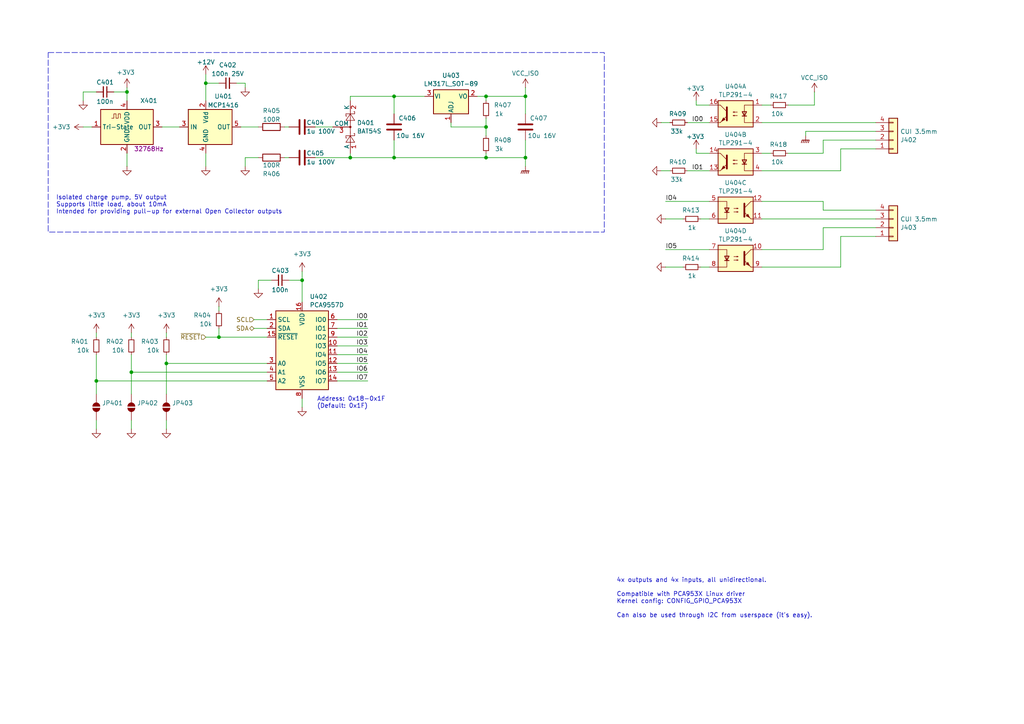
<source format=kicad_sch>
(kicad_sch (version 20231120) (generator "eeschema") (generator_version "8.0")
  (paper "A4")
  (lib_symbols
    (symbol "Connector_Generic:Conn_01x04" (pin_names (offset 1.016) hide)
      (property "Reference" "J" (at 0 5.08 0))
      (property "Value" "Conn_01x04" (at 0 -7.62 0))
      (symbol "Conn_01x04_1_1"
        (rectangle (start -1.27 -4.953) (end 0 -5.207) (stroke (width 0.1524)))
        (rectangle (start -1.27 -2.413) (end 0 -2.667) (stroke (width 0.1524)))
        (rectangle (start -1.27 0.127) (end 0 -0.127) (stroke (width 0.1524)))
        (rectangle (start -1.27 2.667) (end 0 2.413) (stroke (width 0.1524)))
        (rectangle (start -1.27 3.81) (end 1.27 -6.35) (stroke (width 0.254)) (fill (type background)))
        (pin passive line (at -5.08 2.54 0) (length 3.81) (name "Pin_1") (number "1"))
        (pin passive line (at -5.08 0 0) (length 3.81) (name "Pin_2") (number "2"))
        (pin passive line (at -5.08 -2.54 0) (length 3.81) (name "Pin_3") (number "3"))
        (pin passive line (at -5.08 -5.08 0) (length 3.81) (name "Pin_4") (number "4"))
      )
    )
    (symbol "Device:C" (pin_numbers hide) (pin_names (offset 0.254))
      (property "Reference" "C" (at 0.635 2.54 0))
      (property "Value" "C" (at 0.635 -2.54 0))
      (symbol "C_0_1"
        (polyline (pts (xy -2.032 -0.762) (xy 2.032 -0.762)) (stroke (width 0.508)))
        (polyline (pts (xy -2.032 0.762) (xy 2.032 0.762)) (stroke (width 0.508)))
      )
      (symbol "C_1_1"
        (pin passive line (at 0 3.81 270) (length 2.794) (name "~") (number "1"))
        (pin passive line (at 0 -3.81 90) (length 2.794) (name "~") (number "2"))
      )
    )
    (symbol "Device:C_Small" (pin_numbers hide) (pin_names (offset 0.254) hide)
      (property "Reference" "C" (at 0.254 1.778 0))
      (property "Value" "C_Small" (at 0.254 -2.032 0))
      (symbol "C_Small_0_1"
        (polyline (pts (xy -1.524 -0.508) (xy 1.524 -0.508)) (stroke (width 0.3302)))
        (polyline (pts (xy -1.524 0.508) (xy 1.524 0.508)) (stroke (width 0.3048)))
      )
      (symbol "C_Small_1_1"
        (pin passive line (at 0 2.54 270) (length 2.032) (name "~") (number "1"))
        (pin passive line (at 0 -2.54 90) (length 2.032) (name "~") (number "2"))
      )
    )
    (symbol "Device:R" (pin_numbers hide) (pin_names (offset 0))
      (property "Reference" "R" (at 2.032 0 90))
      (property "Value" "R" (at 0 0 90))
      (symbol "R_0_1"
        (rectangle (start -1.016 -2.54) (end 1.016 2.54) (stroke (width 0.254)))
      )
      (symbol "R_1_1"
        (pin passive line (at 0 3.81 270) (length 1.27) (name "~") (number "1"))
        (pin passive line (at 0 -3.81 90) (length 1.27) (name "~") (number "2"))
      )
    )
    (symbol "Device:R_Small" (pin_numbers hide) (pin_names (offset 0.254) hide)
      (property "Reference" "R" (at 0.762 0.508 0))
      (property "Value" "R_Small" (at 0.762 -1.016 0))
      (symbol "R_Small_0_1"
        (rectangle (start -0.762 1.778) (end 0.762 -1.778) (stroke (width 0.2032)))
      )
      (symbol "R_Small_1_1"
        (pin passive line (at 0 2.54 270) (length 0.762) (name "~") (number "1"))
        (pin passive line (at 0 -2.54 90) (length 0.762) (name "~") (number "2"))
      )
    )
    (symbol "Diode:BAT54S" (pin_names (offset 0))
      (property "Reference" "D" (at 2.54 -5.08 0))
      (property "Value" "BAT54S" (at -6.35 3.175 0))
      (symbol "BAT54S_0_1"
        (polyline (pts (xy -3.81 0) (xy -1.27 0)))
        (polyline (pts (xy -3.175 -1.27) (xy -3.175 -1.016)))
        (polyline (pts (xy -2.54 -1.27) (xy -3.175 -1.27)))
        (polyline (pts (xy -2.54 -1.27) (xy -2.54 1.27)))
        (polyline (pts (xy -2.54 1.27) (xy -1.905 1.27)))
        (polyline (pts (xy -1.905 0) (xy 1.905 0)))
        (polyline (pts (xy -1.905 1.27) (xy -1.905 1.016)))
        (polyline (pts (xy 1.27 0) (xy 3.81 0)))
        (polyline (pts (xy 3.175 -1.27) (xy 3.175 -1.016)))
        (polyline (pts (xy 3.81 -1.27) (xy 3.175 -1.27)))
        (polyline (pts (xy 3.81 -1.27) (xy 3.81 1.27)))
        (polyline (pts (xy 3.81 1.27) (xy 4.445 1.27)))
        (polyline (pts (xy 4.445 1.27) (xy 4.445 1.016)))
        (polyline (pts (xy -4.445 1.27) (xy -4.445 -1.27) (xy -2.54 0) (xy -4.445 1.27)))
        (polyline (pts (xy 1.905 1.27) (xy 1.905 -1.27) (xy 3.81 0) (xy 1.905 1.27)))
        (circle (center 0 0) (radius 0.254) (fill (type outline)))
      )
      (symbol "BAT54S_1_1"
        (pin passive line (at -7.62 0 0) (length 3.81) (name "A") (number "1"))
        (pin passive line (at 7.62 0 180) (length 3.81) (name "K") (number "2"))
        (pin passive line (at 0 -5.08 90) (length 5.08) (name "COM") (number "3"))
      )
    )
    (symbol "Driver_FET:MCP1416"
      (property "Reference" "U" (at -5.08 6.35 0))
      (property "Value" "MCP1416" (at 1.27 6.35 0))
      (symbol "MCP1416_0_1"
        (rectangle (start -5.08 5.08) (end 7.62 -5.08) (stroke (width 0.254)) (fill (type background)))
      )
      (symbol "MCP1416_1_1"
        (pin no_connect line (at 7.62 -2.54 180) (length 2.54) hide (name "NC") (number "1"))
        (pin power_in line (at 0 7.62 270) (length 2.54) (name "Vdd") (number "2"))
        (pin input line (at -7.62 0 0) (length 2.54) (name "IN") (number "3"))
        (pin power_in line (at 0 -7.62 90) (length 2.54) (name "GND") (number "4"))
        (pin output line (at 10.16 0 180) (length 2.54) (name "OUT") (number "5"))
      )
    )
    (symbol "Interface_Expansion:PCA9557D"
      (property "Reference" "U" (at -7.62 11.43 0))
      (property "Value" "PCA9557D" (at 2.54 11.43 0))
      (symbol "PCA9557D_0_1"
        (rectangle (start -7.62 -12.7) (end 7.62 10.16) (stroke (width 0.254)) (fill (type background)))
      )
      (symbol "PCA9557D_1_1"
        (pin input line (at -10.16 7.62 0) (length 2.54) (name "SCL") (number "1"))
        (pin bidirectional line (at 10.16 0 180) (length 2.54) (name "IO3") (number "10"))
        (pin bidirectional line (at 10.16 -2.54 180) (length 2.54) (name "IO4") (number "11"))
        (pin bidirectional line (at 10.16 -5.08 180) (length 2.54) (name "IO5") (number "12"))
        (pin bidirectional line (at 10.16 -7.62 180) (length 2.54) (name "IO6") (number "13"))
        (pin bidirectional line (at 10.16 -10.16 180) (length 2.54) (name "IO7") (number "14"))
        (pin input line (at -10.16 2.54 0) (length 2.54) (name "~{RESET}") (number "15"))
        (pin power_in line (at 0 12.7 270) (length 2.54) (name "VDD") (number "16"))
        (pin bidirectional line (at -10.16 5.08 0) (length 2.54) (name "SDA") (number "2"))
        (pin input line (at -10.16 -5.08 0) (length 2.54) (name "A0") (number "3"))
        (pin input line (at -10.16 -7.62 0) (length 2.54) (name "A1") (number "4"))
        (pin input line (at -10.16 -10.16 0) (length 2.54) (name "A2") (number "5"))
        (pin bidirectional line (at 10.16 7.62 180) (length 2.54) (name "IO0") (number "6"))
        (pin bidirectional line (at 10.16 5.08 180) (length 2.54) (name "IO1") (number "7"))
        (pin power_in line (at 0 -15.24 90) (length 2.54) (name "VSS") (number "8"))
        (pin bidirectional line (at 10.16 2.54 180) (length 2.54) (name "IO2") (number "9"))
      )
    )
    (symbol "Isolator:TLP291-4"
      (property "Reference" "U" (at -5.08 5.08 0))
      (property "Value" "TLP291-4" (at 0 5.08 0))
      (symbol "TLP291-4_0_1"
        (rectangle (start -5.08 3.81) (end 5.08 -3.81) (stroke (width 0.254)) (fill (type background)))
        (polyline (pts (xy -3.175 -0.635) (xy -1.905 -0.635)) (stroke (width 0.254)))
        (polyline (pts (xy 2.54 0.635) (xy 4.445 2.54)))
        (polyline (pts (xy 4.445 -2.54) (xy 2.54 -0.635)) (fill (type outline)))
        (polyline (pts (xy 4.445 -2.54) (xy 5.08 -2.54)))
        (polyline (pts (xy 4.445 2.54) (xy 5.08 2.54)))
        (polyline (pts (xy -5.08 2.54) (xy -2.54 2.54) (xy -2.54 0.635)))
        (polyline (pts (xy -2.54 0.635) (xy -2.54 -2.54) (xy -5.08 -2.54)))
        (polyline (pts (xy 2.54 1.905) (xy 2.54 -1.905) (xy 2.54 -1.905)) (stroke (width 0.508)))
        (polyline (pts (xy -2.54 -0.635) (xy -3.175 0.635) (xy -1.905 0.635) (xy -2.54 -0.635)) (stroke (width 0.254)))
        (polyline (pts (xy -0.508 -0.508) (xy 0.762 -0.508) (xy 0.381 -0.635) (xy 0.381 -0.381) (xy 0.762 -0.508)))
        (polyline (pts (xy -0.508 0.508) (xy 0.762 0.508) (xy 0.381 0.381) (xy 0.381 0.635) (xy 0.762 0.508)))
        (polyline (pts (xy 3.048 -1.651) (xy 3.556 -1.143) (xy 4.064 -2.159) (xy 3.048 -1.651) (xy 3.048 -1.651)) (fill (type outline)))
      )
      (symbol "TLP291-4_1_1"
        (pin passive line (at -7.62 2.54 0) (length 2.54) (name "~") (number "1"))
        (pin passive line (at 7.62 -2.54 180) (length 2.54) (name "~") (number "15"))
        (pin passive line (at 7.62 2.54 180) (length 2.54) (name "~") (number "16"))
        (pin passive line (at -7.62 -2.54 0) (length 2.54) (name "~") (number "2"))
      )
      (symbol "TLP291-4_2_1"
        (pin passive line (at 7.62 -2.54 180) (length 2.54) (name "~") (number "13"))
        (pin passive line (at 7.62 2.54 180) (length 2.54) (name "~") (number "14"))
        (pin passive line (at -7.62 2.54 0) (length 2.54) (name "~") (number "3"))
        (pin passive line (at -7.62 -2.54 0) (length 2.54) (name "~") (number "4"))
      )
      (symbol "TLP291-4_3_1"
        (pin passive line (at 7.62 -2.54 180) (length 2.54) (name "~") (number "11"))
        (pin passive line (at 7.62 2.54 180) (length 2.54) (name "~") (number "12"))
        (pin passive line (at -7.62 2.54 0) (length 2.54) (name "~") (number "5"))
        (pin passive line (at -7.62 -2.54 0) (length 2.54) (name "~") (number "6"))
      )
      (symbol "TLP291-4_4_1"
        (pin passive line (at 7.62 2.54 180) (length 2.54) (name "~") (number "10"))
        (pin passive line (at -7.62 2.54 0) (length 2.54) (name "~") (number "7"))
        (pin passive line (at -7.62 -2.54 0) (length 2.54) (name "~") (number "8"))
        (pin passive line (at 7.62 -2.54 180) (length 2.54) (name "~") (number "9"))
      )
    )
    (symbol "Jumper:SolderJumper_2_Open" (pin_numbers hide) (pin_names (offset 0) hide) (exclude_from_sim yes) (in_bom no)
      (property "Reference" "JP" (at 0 2.032 0))
      (property "Value" "SolderJumper_2_Open" (at 0 -2.54 0))
      (symbol "SolderJumper_2_Open_0_1"
        (arc (start -0.254 1.016) (mid -1.2656 0) (end -0.254 -1.016))
        (arc (start -0.254 1.016) (mid -1.2656 0) (end -0.254 -1.016) (fill (type outline)))
        (polyline (pts (xy -0.254 1.016) (xy -0.254 -1.016)))
        (polyline (pts (xy 0.254 1.016) (xy 0.254 -1.016)))
        (arc (start 0.254 -1.016) (mid 1.2656 0) (end 0.254 1.016))
        (arc (start 0.254 -1.016) (mid 1.2656 0) (end 0.254 1.016) (fill (type outline)))
      )
      (symbol "SolderJumper_2_Open_1_1"
        (pin passive line (at -3.81 0 0) (length 2.54) (name "A") (number "1"))
        (pin passive line (at 3.81 0 180) (length 2.54) (name "B") (number "2"))
      )
    )
    (symbol "Oscillator:ECS-2520MV-xxx-xx"
      (property "Reference" "X" (at -5.08 6.35 0))
      (property "Value" "ECS-2520MV-xxx-xx" (at 1.27 -6.35 0))
      (symbol "ECS-2520MV-xxx-xx_0_1"
        (rectangle (start -7.62 5.08) (end 7.62 -5.08) (stroke (width 0.254)) (fill (type background)))
        (polyline (pts (xy -4.445 2.54) (xy -3.81 2.54) (xy -3.81 3.81) (xy -3.175 3.81) (xy -3.175 2.54) (xy -2.54 2.54) (xy -2.54 3.81) (xy -1.905 3.81) (xy -1.905 2.54)))
      )
      (symbol "ECS-2520MV-xxx-xx_1_1"
        (pin input line (at -10.16 0 0) (length 2.54) (name "Tri-State") (number "1"))
        (pin power_in line (at 0 -7.62 90) (length 2.54) (name "GND") (number "2"))
        (pin output line (at 10.16 0 180) (length 2.54) (name "OUT") (number "3"))
        (pin power_in line (at 0 7.62 270) (length 2.54) (name "VDD") (number "4"))
      )
    )
    (symbol "Regulator_Linear:LM317L_SOT-89" (pin_names (offset 0.254))
      (property "Reference" "U" (at -3.81 3.175 0))
      (property "Value" "LM317L_SOT-89" (at 0 3.175 0))
      (symbol "LM317L_SOT-89_0_1"
        (rectangle (start -5.08 1.905) (end 5.08 -5.08) (stroke (width 0.254)) (fill (type background)))
      )
      (symbol "LM317L_SOT-89_1_1"
        (pin input line (at 0 -7.62 90) (length 2.54) (name "ADJ") (number "1"))
        (pin power_out line (at 7.62 0 180) (length 2.54) (name "VO") (number "2"))
        (pin power_in line (at -7.62 0 0) (length 2.54) (name "VI") (number "3"))
      )
    )
    (symbol "Toucanuino-rescue:+3.3V-power" (power) (pin_names (offset 0))
      (property "Value" "+3.3V-power" (at 0 3.556 0))
      (symbol "+3.3V-power_0_1"
        (polyline (pts (xy -0.762 1.27) (xy 0 2.54)))
        (polyline (pts (xy 0 0) (xy 0 2.54)))
        (polyline (pts (xy 0 2.54) (xy 0.762 1.27)))
      )
      (symbol "+3.3V-power_1_1"
        (pin power_in line (at 0 0 90) (length 0) hide (name "+3V3") (number "1"))
      )
    )
    (symbol "VCC_1" (power) (pin_numbers hide) (pin_names (offset 0) hide)
      (property "Value" "VCC" (at 0 3.556 0))
      (symbol "VCC_1_0_1"
        (polyline (pts (xy -0.762 1.27) (xy 0 2.54)))
        (polyline (pts (xy 0 0) (xy 0 2.54)))
        (polyline (pts (xy 0 2.54) (xy 0.762 1.27)))
      )
      (symbol "VCC_1_1_1"
        (pin power_in line (at 0 0 90) (length 0) (name "~") (number "1"))
      )
    )
    (symbol "power:+12V" (power) (pin_names (offset 0))
      (property "Value" "+12V" (at 0 3.556 0))
      (symbol "+12V_0_1"
        (polyline (pts (xy -0.762 1.27) (xy 0 2.54)))
        (polyline (pts (xy 0 0) (xy 0 2.54)))
        (polyline (pts (xy 0 2.54) (xy 0.762 1.27)))
      )
      (symbol "+12V_1_1"
        (pin power_in line (at 0 0 90) (length 0) hide (name "+12V") (number "1"))
      )
    )
    (symbol "power:+3V3" (power) (pin_numbers hide) (pin_names (offset 0) hide)
      (property "Value" "+3V3" (at 0 3.556 0))
      (symbol "+3V3_0_1"
        (polyline (pts (xy -0.762 1.27) (xy 0 2.54)))
        (polyline (pts (xy 0 0) (xy 0 2.54)))
        (polyline (pts (xy 0 2.54) (xy 0.762 1.27)))
      )
      (symbol "+3V3_1_1"
        (pin power_in line (at 0 0 90) (length 0) (name "~") (number "1"))
      )
    )
    (symbol "power:GND" (power) (pin_numbers hide) (pin_names (offset 0) hide)
      (property "Value" "GND" (at 0 -3.81 0))
      (symbol "GND_0_1"
        (polyline (pts (xy 0 0) (xy 0 -1.27) (xy 1.27 -1.27) (xy 0 -2.54) (xy -1.27 -1.27) (xy 0 -1.27)))
      )
      (symbol "GND_1_1"
        (pin power_in line (at 0 0 270) (length 0) (name "~") (number "1"))
      )
    )
    (symbol "power:GND1" (power) (pin_numbers hide) (pin_names (offset 0) hide)
      (property "Value" "GND1" (at 0 -3.81 0))
      (symbol "GND1_0_1"
        (polyline (pts (xy 0 0) (xy 0 -1.27) (xy 1.27 -1.27) (xy 0 -2.54) (xy -1.27 -1.27) (xy 0 -1.27)))
      )
      (symbol "GND1_1_1"
        (pin power_in line (at 0 0 270) (length 0) (name "~") (number "1"))
      )
    )
    (symbol "power:GNDPWR" (power) (pin_names (offset 0))
      (symbol "GNDPWR_0_1"
        (polyline (pts (xy 0 -1.27) (xy 0 0)))
        (polyline (pts (xy -1.016 -1.27) (xy -1.27 -2.032) (xy -1.27 -2.032)) (stroke (width 0.2032)))
        (polyline (pts (xy -0.508 -1.27) (xy -0.762 -2.032) (xy -0.762 -2.032)) (stroke (width 0.2032)))
        (polyline (pts (xy 0 -1.27) (xy -0.254 -2.032) (xy -0.254 -2.032)) (stroke (width 0.2032)))
        (polyline (pts (xy 0.508 -1.27) (xy 0.254 -2.032) (xy 0.254 -2.032)) (stroke (width 0.2032)))
        (polyline (pts (xy 1.016 -1.27) (xy -1.016 -1.27) (xy -1.016 -1.27)) (stroke (width 0.2032)))
        (polyline (pts (xy 1.016 -1.27) (xy 0.762 -2.032) (xy 0.762 -2.032) (xy 0.762 -2.032)) (stroke (width 0.2032)))
      )
      (symbol "GNDPWR_1_1"
        (pin power_in line (at 0 0 270) (length 0) hide (name "GNDPWR") (number "1"))
      )
    )
    (symbol "power:VCC" (power) (pin_numbers hide) (pin_names (offset 0) hide)
      (property "Value" "VCC_ISO" (at 0 4.1331 0))
      (symbol "VCC_0_1"
        (polyline (pts (xy -0.762 1.27) (xy 0 2.54)))
        (polyline (pts (xy 0 0) (xy 0 2.54)))
        (polyline (pts (xy 0 2.54) (xy 0.762 1.27)))
      )
      (symbol "VCC_1_1"
        (pin power_in line (at 0 0 90) (length 0) (name "~") (number "1"))
      )
    )
  )
  (junction (at 140.97 36.83))
  (junction (at 152.4 45.72))
  (junction (at 140.97 45.72))
  (junction (at 114.3 45.72))
  (junction (at 114.3 27.94))
  (junction (at 36.83 26.67))
  (junction (at 101.6 45.72))
  (junction (at 152.4 27.94))
  (junction (at 330.2 92.71))
  (junction (at 27.94 110.49))
  (junction (at 48.26 105.41))
  (junction (at 59.69 24.13))
  (junction (at 63.5 97.79))
  (junction (at 87.63 81.28))
  (junction (at 331.47 115.57))
  (junction (at 140.97 27.94))
  (junction (at 38.1 107.95))
  (wire (pts (xy 220.98 63.5) (xy 254 63.5)))
  (wire (pts (xy 238.76 60.96) (xy 238.76 58.42)))
  (wire (pts (xy 59.69 21.59) (xy 59.69 24.13)))
  (wire (pts (xy 24.13 26.67) (xy 27.94 26.67)))
  (wire (pts (xy 73.66 95.25) (xy 77.47 95.25)))
  (wire (pts (xy 74.93 81.28) (xy 74.93 83.82)))
  (wire (pts (xy 331.47 114.3) (xy 331.47 115.57)))
  (wire (pts (xy 78.74 81.28) (xy 74.93 81.28)))
  (wire (pts (xy 220.98 35.56) (xy 254 35.56)))
  (wire (pts (xy 152.4 45.72) (xy 152.4 48.26)))
  (wire (pts (xy 152.4 25.4) (xy 152.4 27.94)))
  (wire (pts (xy 330.2 92.71) (xy 336.55 92.71)))
  (wire (pts (xy 220.98 77.47) (xy 243.84 77.47)))
  (wire (pts (xy 27.94 110.49) (xy 77.47 110.49)))
  (wire (pts (xy 101.6 44.45) (xy 101.6 45.72)))
  (wire (pts (xy 191.77 49.53) (xy 194.31 49.53)))
  (wire (pts (xy 71.12 45.72) (xy 71.12 48.26)))
  (wire (pts (xy 71.12 25.4) (xy 71.12 24.13)))
  (wire (pts (xy 73.66 92.71) (xy 77.47 92.71)))
  (wire (pts (xy 220.98 58.42) (xy 238.76 58.42)))
  (wire (pts (xy 193.04 63.5) (xy 198.12 63.5)))
  (wire (pts (xy 330.2 93.98) (xy 330.2 92.71)))
  (wire (pts (xy 36.83 25.4) (xy 36.83 26.67)))
  (wire (pts (xy 220.98 30.48) (xy 223.52 30.48)))
  (wire (pts (xy 306.07 87.63) (xy 331.47 87.63)))
  (wire (pts (xy 152.4 45.72) (xy 152.4 40.64)))
  (wire (pts (xy 24.13 29.21) (xy 24.13 26.67)))
  (wire (pts (xy 220.98 44.45) (xy 223.52 44.45)))
  (wire (pts (xy 101.6 27.94) (xy 114.3 27.94)))
  (wire (pts (xy 140.97 27.94) (xy 140.97 29.21)))
  (wire (pts (xy 59.69 24.13) (xy 59.69 29.21)))
  (wire (pts (xy 97.79 100.33) (xy 106.68 100.33)))
  (wire (pts (xy 254 60.96) (xy 238.76 60.96)))
  (wire (pts (xy 228.6 44.45) (xy 238.76 44.45)))
  (wire (pts (xy 228.6 30.48) (xy 236.22 30.48)))
  (wire (pts (xy 306.07 115.57) (xy 331.47 115.57)))
  (wire (pts (xy 199.39 49.53) (xy 205.74 49.53)))
  (wire (pts (xy 243.84 68.58) (xy 243.84 77.47)))
  (wire (pts (xy 38.1 102.87) (xy 38.1 107.95)))
  (wire (pts (xy 205.74 44.45) (xy 201.93 44.45)))
  (wire (pts (xy 306.07 92.71) (xy 330.2 92.71)))
  (wire (pts (xy 59.69 44.45) (xy 59.69 48.26)))
  (wire (pts (xy 46.99 36.83) (xy 52.07 36.83)))
  (wire (pts (xy 91.44 36.83) (xy 96.52 36.83)))
  (wire (pts (xy 114.3 27.94) (xy 123.19 27.94)))
  (wire (pts (xy 114.3 33.02) (xy 114.3 27.94)))
  (wire (pts (xy 130.81 35.56) (xy 130.81 36.83)))
  (wire (pts (xy 101.6 45.72) (xy 114.3 45.72)))
  (wire (pts (xy 38.1 107.95) (xy 38.1 114.3)))
  (polyline (pts (xy 321.945 86.36) (xy 321.945 95.25)) (stroke (width 0) (type dash_dot)))
  (wire (pts (xy 220.98 72.39) (xy 238.76 72.39)))
  (wire (pts (xy 193.04 77.47) (xy 198.12 77.47)))
  (wire (pts (xy 36.83 44.45) (xy 36.83 48.26)))
  (wire (pts (xy 97.79 107.95) (xy 106.68 107.95)))
  (wire (pts (xy 48.26 105.41) (xy 77.47 105.41)))
  (wire (pts (xy 203.2 63.5) (xy 205.74 63.5)))
  (wire (pts (xy 97.79 92.71) (xy 106.68 92.71)))
  (wire (pts (xy 199.39 35.56) (xy 205.74 35.56)))
  (wire (pts (xy 254 68.58) (xy 243.84 68.58)))
  (wire (pts (xy 140.97 45.72) (xy 152.4 45.72)))
  (wire (pts (xy 191.77 35.56) (xy 194.31 35.56)))
  (wire (pts (xy 114.3 45.72) (xy 140.97 45.72)))
  (wire (pts (xy 69.85 36.83) (xy 74.93 36.83)))
  (wire (pts (xy 36.83 26.67) (xy 36.83 29.21)))
  (wire (pts (xy 71.12 45.72) (xy 74.93 45.72)))
  (wire (pts (xy 140.97 36.83) (xy 140.97 39.37)))
  (wire (pts (xy 193.04 72.39) (xy 205.74 72.39)))
  (wire (pts (xy 236.22 26.67) (xy 236.22 30.48)))
  (wire (pts (xy 48.26 105.41) (xy 48.26 114.3)))
  (wire (pts (xy 97.79 102.87) (xy 106.68 102.87)))
  (wire (pts (xy 311.15 29.21) (xy 311.15 30.48)))
  (wire (pts (xy 63.5 95.25) (xy 63.5 97.79)))
  (wire (pts (xy 27.94 121.92) (xy 27.94 124.46)))
  (wire (pts (xy 306.07 58.42) (xy 331.47 58.42)))
  (wire (pts (xy 331.47 107.95) (xy 331.47 109.22)))
  (wire (pts (xy 48.26 102.87) (xy 48.26 105.41)))
  (wire (pts (xy 87.63 81.28) (xy 87.63 87.63)))
  (wire (pts (xy 82.55 36.83) (xy 83.82 36.83)))
  (wire (pts (xy 203.2 77.47) (xy 205.74 77.47)))
  (wire (pts (xy 306.07 53.34) (xy 331.47 53.34)))
  (wire (pts (xy 331.47 115.57) (xy 336.55 115.57)))
  (wire (pts (xy 306.07 134.62) (xy 331.47 134.62)))
  (wire (pts (xy 152.4 27.94) (xy 152.4 33.02)))
  (wire (pts (xy 306.07 30.48) (xy 311.15 30.48)))
  (wire (pts (xy 87.63 115.57) (xy 87.63 118.11)))
  (wire (pts (xy 254 40.64) (xy 238.76 40.64)))
  (wire (pts (xy 38.1 107.95) (xy 77.47 107.95)))
  (wire (pts (xy 201.93 30.48) (xy 201.93 29.21)))
  (wire (pts (xy 254 43.18) (xy 243.84 43.18)))
  (polyline (pts (xy 321.945 30.48) (xy 321.945 41.91)) (stroke (width 0) (type dash_dot)))
  (wire (pts (xy 201.93 44.45) (xy 201.93 43.18)))
  (wire (pts (xy 97.79 97.79) (xy 106.68 97.79)))
  (wire (pts (xy 59.69 24.13) (xy 63.5 24.13)))
  (wire (pts (xy 48.26 96.52) (xy 48.26 97.79)))
  (wire (pts (xy 91.44 45.72) (xy 101.6 45.72)))
  (polyline (pts (xy 321.945 114.3) (xy 321.945 123.19)) (stroke (width 0) (type dash_dot)))
  (polyline (pts (xy 321.945 128.27) (xy 321.945 136.525)) (stroke (width 0) (type dash_dot)))
  (wire (pts (xy 38.1 121.92) (xy 38.1 124.46)))
  (wire (pts (xy 68.58 24.13) (xy 71.12 24.13)))
  (wire (pts (xy 306.07 129.54) (xy 336.55 129.54)))
  (wire (pts (xy 87.63 81.28) (xy 83.82 81.28)))
  (wire (pts (xy 27.94 110.49) (xy 27.94 114.3)))
  (wire (pts (xy 311.15 38.1) (xy 331.47 38.1)))
  (wire (pts (xy 238.76 66.04) (xy 238.76 72.39)))
  (wire (pts (xy 138.43 27.94) (xy 140.97 27.94)))
  (wire (pts (xy 140.97 27.94) (xy 152.4 27.94)))
  (wire (pts (xy 306.07 35.56) (xy 331.47 35.56)))
  (wire (pts (xy 97.79 110.49) (xy 106.68 110.49)))
  (wire (pts (xy 38.1 96.52) (xy 38.1 97.79)))
  (wire (pts (xy 27.94 102.87) (xy 27.94 110.49)))
  (wire (pts (xy 27.94 96.52) (xy 27.94 97.79)))
  (wire (pts (xy 331.47 85.09) (xy 331.47 87.63)))
  (wire (pts (xy 140.97 44.45) (xy 140.97 45.72)))
  (wire (pts (xy 101.6 27.94) (xy 101.6 29.21)))
  (wire (pts (xy 97.79 105.41) (xy 106.68 105.41)))
  (wire (pts (xy 130.81 36.83) (xy 140.97 36.83)))
  (wire (pts (xy 205.74 30.48) (xy 201.93 30.48)))
  (wire (pts (xy 243.84 43.18) (xy 243.84 49.53)))
  (wire (pts (xy 140.97 34.29) (xy 140.97 36.83)))
  (wire (pts (xy 97.79 95.25) (xy 106.68 95.25)))
  (wire (pts (xy 24.13 36.83) (xy 26.67 36.83)))
  (wire (pts (xy 311.15 39.37) (xy 311.15 38.1)))
  (wire (pts (xy 63.5 88.9) (xy 63.5 90.17)))
  (wire (pts (xy 254 66.04) (xy 238.76 66.04)))
  (wire (pts (xy 306.07 120.65) (xy 331.47 120.65)))
  (wire (pts (xy 220.98 49.53) (xy 243.84 49.53)))
  (wire (pts (xy 193.04 58.42) (xy 205.74 58.42)))
  (wire (pts (xy 114.3 40.64) (xy 114.3 45.72)))
  (wire (pts (xy 33.02 26.67) (xy 36.83 26.67)))
  (wire (pts (xy 48.26 121.92) (xy 48.26 124.46)))
  (wire (pts (xy 63.5 97.79) (xy 77.47 97.79)))
  (wire (pts (xy 59.69 97.79) (xy 63.5 97.79)))
  (wire (pts (xy 82.55 45.72) (xy 83.82 45.72)))
  (wire (pts (xy 238.76 40.64) (xy 238.76 44.45)))
  (wire (pts (xy 233.68 38.1) (xy 233.68 39.37)))
  (wire (pts (xy 87.63 78.74) (xy 87.63 81.28)))
  (wire (pts (xy 233.68 38.1) (xy 254 38.1)))
  (polyline (pts (xy 321.945 51.435) (xy 321.945 62.865)) (stroke (width 0) (type dash_dot)))
  (rectangle (start 306.07 45.085) (end 339.725 64.77) (stroke (width 0) (type dash)))
  (rectangle (start 306.07 78.74) (end 339.725 100.965) (stroke (width 0) (type dash)))
  (rectangle (start 306.07 23.495) (end 339.725 43.18) (stroke (width 0) (type dash)))
  (rectangle (start 13.97 15.24) (end 175.26 67.31) (stroke (width 0) (type dash)))
  (rectangle (start 306.07 102.235) (end 339.725 126.365) (stroke (width 0) (type dash)))
  (rectangle (start 306.07 127.635) (end 339.725 140.97) (stroke (width 0) (type dash)))
  (text "Isolated charge pump, 5V output\nSupports little load, about 10mA\nIntended for providing pull-up for external Open Collector outputs" (at 16.256 59.436 0) (effects (font (size 1.27 1.27)) (justify left)))
  (text "Active High output" (at 307.34 83.566 0) (effects (font (size 1.27 1.27)) (justify left)))
  (text "Open Collector output" (at 306.832 139.446 0) (effects (font (size 1.27 1.27)) (justify left)))
  (text "4x outputs and 4x inputs, all unidirectional.\n\nCompatible with PCA953X Linux driver\nKernel config: CONFIG_GPIO_PCA953X\n\nCan also be used through I2C from userspace (it's easy)." (at 178.816 173.482 0) (effects (font (size 1.27 1.27)) (justify left)))
  (text "Active Low output" (at 307.086 105.156 0) (effects (font (size 1.27 1.27)) (justify left)))
  (text "Interfacing with\nOpen Collector output" (at 315.722 27.432 0) (effects (font (size 1.27 1.27)) (justify left)))
  (text "Address: 0x18-0x1F\n(Default: 0x1F)" (at 91.948 116.84 0) (effects (font (size 1.27 1.27)) (justify left)))
  (text "Interfacing with\n3.3V / 5V / 12V logic output" (at 307.594 48.768 0) (effects (font (size 1.27 1.27)) (justify left)))
  (label "IO2" (at 106.68 97.79 180))
  (label "IO1" (at 106.68 95.25 180))
  (label "IO6" (at 106.68 107.95 180))
  (label "IO5" (at 193.04 72.39 0))
  (label "IO0" (at 200.66 35.56 0))
  (label "IO7" (at 106.68 110.49 180))
  (label "IO5" (at 106.68 105.41 180))
  (label "IO4" (at 193.04 58.42 0))
  (label "IO1" (at 200.66 49.53 0))
  (label "IO4" (at 106.68 102.87 180))
  (label "IO0" (at 106.68 92.71 180))
  (label "IO3" (at 106.68 100.33 180))
  (hierarchical_label "~{RESET}" (shape input) (at 59.69 97.79 180))
  (hierarchical_label "SDA" (shape bidirectional) (at 73.66 95.25 180))
  (hierarchical_label "SCL" (shape input) (at 73.66 92.71 180))
  (symbol (lib_id "Device:R_Small") (at 140.97 31.75 0) (mirror x) (unit 1)
    (property "Reference" "R407" (at 145.796 30.48 0))
    (property "Value" "1k" (at 144.78 33.02 0))
    (property "Footprint" "Resistor_SMD:R_0603_1608Metric" (effects (hide yes)))
  )
  (symbol (lib_name "VCC_1") (lib_id "power:VCC") (at 331.47 107.95 0) (unit 1)
    (property "Reference" "#PWR0442" (effects (hide yes)))
    (property "Value" "VCC1" (at 331.47 103.8169 0))
    (property "Description" "Power symbol creates a global label with name \"VCC\"" (effects (hide yes)))
  )
  (symbol (lib_id "Device:R_Small") (at 200.66 77.47 90) (unit 1)
    (property "Reference" "R414" (at 202.946 74.93 90) (effects (justify left)))
    (property "Value" "1k" (at 201.93 80.01 90) (effects (justify left)))
    (property "Footprint" "Resistor_SMD:R_0603_1608Metric" (effects (hide yes)))
  )
  (symbol (lib_id "Toucanuino-rescue:+3.3V-power") (at 36.83 25.4 0) (mirror y) (unit 1)
    (property "Reference" "#PWR0405" (effects (hide yes)))
    (property "Value" "+3V3" (at 36.449 21.0058 0))
  )
  (symbol (lib_id "Device:R_Small") (at 330.2 96.52 180) (unit 1) (in_bom no) (on_board no)
    (property "Reference" "R421" (at 325.374 95.25 0))
    (property "Value" "10k" (at 326.39 97.79 0))
    (property "Footprint" "Resistor_SMD:R_0603_1608Metric" (effects (hide yes)))
  )
  (symbol (lib_id "Toucanuino-rescue:+3.3V-power") (at 24.13 36.83 90) (mirror x) (unit 1)
    (property "Reference" "#PWR0402" (effects (hide yes)))
    (property "Value" "+3V3" (at 17.78 36.83 90))
  )
  (symbol (lib_id "power:+3V3") (at 87.63 78.74 0) (unit 1)
    (property "Reference" "#PWR0417" (effects (hide yes)))
    (property "Value" "+3V3" (at 87.63 73.66 0))
    (property "Description" "Power symbol creates a global label with name \"+3V3\"" (effects (hide yes)))
  )
  (symbol (lib_id "Device:R_Small") (at 196.85 35.56 90) (unit 1)
    (property "Reference" "R409" (at 199.136 33.02 90) (effects (justify left)))
    (property "Value" "33k" (at 198.12 38.1 90) (effects (justify left)))
    (property "Footprint" "Resistor_SMD:R_0603_1608Metric" (effects (hide yes)))
  )
  (symbol (lib_id "power:GND") (at 27.94 124.46 0) (unit 1)
    (property "Reference" "#PWR0404" (effects (hide yes)))
    (property "Value" "GND" (effects (hide yes)))
  )
  (symbol (lib_id "power:GND") (at 193.04 77.47 270) (unit 1)
    (property "Reference" "#PWR0430" (effects (hide yes)))
    (property "Value" "GND" (effects (hide yes)))
  )
  (symbol (lib_id "Connector_Generic:Conn_01x04") (at 259.08 40.64 0) (mirror x) (unit 1)
    (property "Reference" "J402" (at 261.112 40.5822 0) (effects (justify left)))
    (property "Value" "CUI 3.5mm" (at 261.112 38.1579 0) (effects (justify left)))
    (property "Footprint" "libs:CUI_TBP03R1-350-04BE" (effects (hide yes)))
  )
  (symbol (lib_id "power:GND") (at 38.1 124.46 0) (unit 1)
    (property "Reference" "#PWR0408" (effects (hide yes)))
    (property "Value" "GND" (effects (hide yes)))
  )
  (symbol (lib_id "power:GNDPWR") (at 311.15 39.37 0) (unit 1)
    (property "Reference" "#PWR0438" (effects (hide yes)))
    (property "Value" "GND_ISO" (effects (hide yes)))
  )
  (symbol (lib_id "power:GND") (at 24.13 29.21 0) (unit 1)
    (property "Reference" "#PWR0401" (effects (hide yes)))
    (property "Value" "GND" (effects (hide yes)))
  )
  (symbol (lib_id "Interface_Expansion:PCA9557D") (at 87.63 100.33 0) (unit 1)
    (property "Reference" "U402" (at 89.8241 86.0255 0) (effects (justify left)))
    (property "Value" "PCA9557D" (at 89.8241 88.4498 0) (effects (justify left)))
    (property "Footprint" "Package_SO:SO-16_3.9x9.9mm_P1.27mm" (effects (hide yes)))
    (property "Datasheet" "https://www.nxp.com/docs/en/data-sheet/PCA9557.pdf" (effects (hide yes)))
    (property "Description" "8-bit I2C-bus and SMBus I/O port with reset, SO-16" (effects (hide yes)))
  )
  (symbol (lib_id "Device:R_Small") (at 196.85 49.53 90) (unit 1)
    (property "Reference" "R410" (at 199.136 46.99 90) (effects (justify left)))
    (property "Value" "33k" (at 198.12 52.07 90) (effects (justify left)))
    (property "Footprint" "Resistor_SMD:R_0603_1608Metric" (effects (hide yes)))
  )
  (symbol (lib_id "power:GND") (at 48.26 124.46 0) (unit 1)
    (property "Reference" "#PWR0410" (effects (hide yes)))
    (property "Value" "GND" (effects (hide yes)))
  )
  (symbol (lib_id "Isolator:TLP291-4") (at 213.36 33.02 0) (mirror y) (unit 1)
    (property "Reference" "U404" (at 213.36 25.0655 0))
    (property "Value" "TLP291-4" (at 213.36 27.4898 0))
    (property "Footprint" "Package_SO:SOIC-16_4.55x10.3mm_P1.27mm" (effects (hide yes)))
    (property "Datasheet" "https://toshiba.semicon-storage.com/info/docget.jsp?did=12858&prodName=TLP291-4" (effects (hide yes)))
    (property "Description" "Quad DC Optocoupler, Vce 80V, CTR 50-100%, SOP16" (effects (hide yes)))
  )
  (symbol (lib_id "power:GND1") (at 330.2 99.06 90) (unit 1) (in_bom no) (on_board no)
    (property "Reference" "#PWR0439" (effects (hide yes)))
    (property "Value" "GND1" (at 333.375 99.06 90) (effects (justify right)))
    (property "Description" "Power symbol creates a global label with name \"GND1\" , ground" (effects (hide yes)))
  )
  (symbol (lib_id "power:GND") (at 191.77 49.53 270) (unit 1)
    (property "Reference" "#PWR0426" (effects (hide yes)))
    (property "Value" "GND" (effects (hide yes)))
  )
  (symbol (lib_name "VCC_1") (lib_id "power:VCC") (at 331.47 85.09 0) (unit 1)
    (property "Reference" "#PWR0441" (effects (hide yes)))
    (property "Value" "VCC1" (at 331.47 80.9569 0))
    (property "Description" "Power symbol creates a global label with name \"VCC\"" (effects (hide yes)))
  )
  (symbol (lib_id "power:+3V3") (at 63.5 88.9 0) (unit 1)
    (property "Reference" "#PWR0413" (effects (hide yes)))
    (property "Value" "+3V3" (at 63.5 83.82 0))
    (property "Description" "Power symbol creates a global label with name \"+3V3\"" (effects (hide yes)))
  )
  (symbol (lib_id "power:GND") (at 193.04 63.5 270) (unit 1)
    (property "Reference" "#PWR0429" (effects (hide yes)))
    (property "Value" "GND" (effects (hide yes)))
  )
  (symbol (lib_id "Device:C_Small") (at 81.28 81.28 270) (unit 1)
    (property "Reference" "C403" (at 78.74 78.486 90) (effects (justify left)))
    (property "Value" "100n" (at 78.74 84.074 90) (effects (justify left)))
    (property "Footprint" "Capacitor_SMD:C_0603_1608Metric" (effects (hide yes)))
  )
  (symbol (lib_id "Device:R_Small") (at 48.26 100.33 180) (unit 1)
    (property "Reference" "R403" (at 43.434 99.06 0))
    (property "Value" "10k" (at 44.45 101.6 0))
    (property "Footprint" "Resistor_SMD:R_0603_1608Metric" (effects (hide yes)))
  )
  (symbol (lib_id "power:+12V") (at 59.69 21.59 0) (unit 1)
    (property "Reference" "#PWR0411" (effects (hide yes)))
    (property "Value" "+12V" (at 59.69 18.0142 0))
  )
  (symbol (lib_id "power:GND1") (at 331.47 120.65 0) (unit 1) (in_bom no) (on_board no)
    (property "Reference" "#PWR0443" (effects (hide yes)))
    (property "Value" "GND1" (at 331.47 124.7831 0))
    (property "Description" "Power symbol creates a global label with name \"GND1\" , ground" (effects (hide yes)))
  )
  (symbol (lib_id "Driver_FET:MCP1416") (at 59.69 36.83 0) (unit 1)
    (property "Reference" "U401" (at 64.77 27.94 0))
    (property "Value" "MCP1416" (at 64.77 30.48 0))
    (property "Footprint" "Package_TO_SOT_SMD:SOT-23-5" (effects (hide yes)))
    (property "Datasheet" "http://ww1.microchip.com/downloads/en/DeviceDoc/20002092F.pdf" (effects (hide yes)))
  )
  (symbol (lib_id "Device:R_Small") (at 140.97 41.91 0) (mirror x) (unit 1)
    (property "Reference" "R408" (at 145.796 40.64 0))
    (property "Value" "3k" (at 144.78 43.18 0))
    (property "Footprint" "Resistor_SMD:R_0603_1608Metric" (effects (hide yes)))
  )
  (symbol (lib_id "Device:R_Small") (at 200.66 63.5 90) (unit 1)
    (property "Reference" "R413" (at 202.946 60.96 90) (effects (justify left)))
    (property "Value" "1k" (at 201.93 66.04 90) (effects (justify left)))
    (property "Footprint" "Resistor_SMD:R_0603_1608Metric" (effects (hide yes)))
  )
  (symbol (lib_id "Isolator:TLP291-4") (at 213.36 60.96 0) (unit 3)
    (property "Reference" "U404" (at 213.36 53.0055 0))
    (property "Value" "TLP291-4" (at 213.36 55.4298 0))
    (property "Footprint" "Package_SO:SOIC-16_4.55x10.3mm_P1.27mm" (effects (hide yes)))
    (property "Datasheet" "https://toshiba.semicon-storage.com/info/docget.jsp?did=12858&prodName=TLP291-4" (effects (hide yes)))
    (property "Description" "Quad DC Optocoupler, Vce 80V, CTR 50-100%, SOP16" (effects (hide yes)))
  )
  (symbol (lib_id "power:GNDPWR") (at 233.68 39.37 0) (unit 1)
    (property "Reference" "#PWR0446" (effects (hide yes)))
    (property "Value" "GND_ISO" (effects (hide yes)))
  )
  (symbol (lib_id "Regulator_Linear:LM317L_SOT-89") (at 130.81 27.94 0) (unit 1)
    (property "Reference" "U403" (at 130.81 21.8905 0))
    (property "Value" "LM317L_SOT-89" (at 130.81 24.3148 0))
    (property "Footprint" "Package_TO_SOT_SMD:SOT-89-3" (effects (hide yes)))
    (property "Datasheet" "http://www.ti.com/lit/ds/symlink/lm317l.pdf" (effects (hide yes)))
    (property "Description" "100mA 35V Adjustable Linear Regulator, SOT-89" (effects (hide yes)))
  )
  (symbol (lib_id "Device:C") (at 87.63 36.83 270) (unit 1)
    (property "Reference" "C404" (at 88.9 35.56 90) (effects (justify left)))
    (property "Value" "1u 100V" (at 88.9 38.1 90) (effects (justify left)))
    (property "Footprint" "Capacitor_SMD:C_1206_3216Metric" (effects (hide yes)))
  )
  (symbol (lib_id "Jumper:SolderJumper_2_Open") (at 38.1 118.11 270) (unit 1) (exclude_from_sim yes) (in_bom no)
    (property "Reference" "JP402" (at 39.751 116.8978 90) (effects (justify left)))
    (property "Value" "SolderJumper_2_Open" (effects (hide yes)))
    (property "Footprint" "Jumper:SolderJumper-2_P1.3mm_Open_TrianglePad1.0x1.5mm" (effects (hide yes)))
    (property "Description" "Solder Jumper, 2-pole, open" (effects (hide yes)))
  )
  (symbol (lib_id "Device:R_Small") (at 63.5 92.71 180) (unit 1)
    (property "Reference" "R404" (at 58.674 91.44 0))
    (property "Value" "10k" (at 59.69 93.98 0))
    (property "Footprint" "Resistor_SMD:R_0603_1608Metric" (effects (hide yes)))
  )
  (symbol (lib_id "power:+3V3") (at 27.94 96.52 0) (unit 1)
    (property "Reference" "#PWR0403" (effects (hide yes)))
    (property "Value" "+3V3" (at 27.94 91.44 0))
    (property "Description" "Power symbol creates a global label with name \"+3V3\"" (effects (hide yes)))
  )
  (symbol (lib_id "power:GNDPWR") (at 152.4 48.26 0) (unit 1)
    (property "Reference" "#PWR0422" (effects (hide yes)))
    (property "Value" "GND_ISO" (effects (hide yes)))
  )
  (symbol (lib_id "Device:C") (at 87.63 45.72 270) (unit 1)
    (property "Reference" "C405" (at 88.9 44.45 90) (effects (justify left)))
    (property "Value" "1u 100V" (at 88.9 46.99 90) (effects (justify left)))
    (property "Footprint" "Capacitor_SMD:C_1206_3216Metric" (effects (hide yes)))
  )
  (symbol (lib_id "Device:R") (at 78.74 36.83 90) (unit 1)
    (property "Reference" "R405" (at 78.74 32.1142 90))
    (property "Value" "100R" (at 78.74 34.6511 90))
    (property "Footprint" "Resistor_SMD:R_1206_3216Metric" (effects (hide yes)))
  )
  (symbol (lib_id "power:+3V3") (at 201.93 29.21 0) (unit 1)
    (property "Reference" "#PWR0433" (effects (hide yes)))
    (property "Value" "+3V3" (at 201.676 25.654 0))
    (property "Description" "Power symbol creates a global label with name \"+3V3\"" (effects (hide yes)))
  )
  (symbol (lib_id "power:VCC") (at 311.15 29.21 0) (unit 1)
    (property "Reference" "#PWR0437" (effects (hide yes)))
    (property "Value" "VCC_ISO" (at 311.15 25.0769 0))
  )
  (symbol (lib_id "power:VCC") (at 236.22 26.67 0) (unit 1)
    (property "Reference" "#PWR0445" (effects (hide yes)))
    (property "Value" "VCC_ISO" (at 236.22 22.5369 0))
  )
  (symbol (lib_id "Device:R") (at 78.74 45.72 90) (mirror x) (unit 1)
    (property "Reference" "R406" (at 78.74 50.4358 90))
    (property "Value" "100R" (at 78.74 47.8989 90))
    (property "Footprint" "Resistor_SMD:R_1206_3216Metric" (effects (hide yes)))
  )
  (symbol (lib_id "Device:C_Small") (at 66.04 24.13 90) (unit 1)
    (property "Reference" "C402" (at 66.0463 18.8681 90))
    (property "Value" "100n 25V" (at 66.0463 21.405 90))
    (property "Footprint" "Capacitor_SMD:C_0603_1608Metric" (effects (hide yes)))
  )
  (symbol (lib_id "Oscillator:ECS-2520MV-xxx-xx") (at 36.83 36.83 0) (unit 1)
    (property "Reference" "X401" (at 43.18 29.21 0))
    (property "Value" "ECS-327MVATX-5-CN-TR" (effects (hide yes)))
    (property "Footprint" "Oscillator:Oscillator_SMD_EuroQuartz_XO53-4Pin_5.0x3.2mm" (effects (hide yes)))
    (property "Datasheet" "https://www.mouser.pl/datasheet/2/122/ECS_327MVATX-1595948.pdf" (effects (hide yes)))
    (property "Comment" "32768Hz" (at 43.18 43.18 0))
  )
  (symbol (lib_id "power:GND") (at 87.63 118.11 0) (unit 1)
    (property "Reference" "#PWR0418" (effects (hide yes)))
    (property "Value" "GND" (effects (hide yes)))
  )
  (symbol (lib_id "Device:R_Small") (at 226.06 44.45 90) (unit 1)
    (property "Reference" "R418" (at 228.346 41.91 90) (effects (justify left)))
    (property "Value" "10k" (at 227.33 46.99 90) (effects (justify left)))
    (property "Footprint" "Resistor_SMD:R_0603_1608Metric" (effects (hide yes)))
  )
  (symbol (lib_id "power:+3V3") (at 38.1 96.52 0) (unit 1)
    (property "Reference" "#PWR0407" (effects (hide yes)))
    (property "Value" "+3V3" (at 38.1 91.44 0))
    (property "Description" "Power symbol creates a global label with name \"+3V3\"" (effects (hide yes)))
  )
  (symbol (lib_id "Device:C") (at 152.4 36.83 180) (unit 1)
    (property "Reference" "C407" (at 153.67 34.29 0) (effects (justify right)))
    (property "Value" "10u 16V" (at 161.29 39.37 0) (effects (justify left)))
    (property "Footprint" "Capacitor_SMD:C_1206_3216Metric" (effects (hide yes)))
  )
  (symbol (lib_id "Diode:BAT54S") (at 101.6 36.83 270) (mirror x) (unit 1)
    (property "Reference" "D401" (at 103.505 35.6178 90) (effects (justify left)))
    (property "Value" "BAT54S" (at 103.505 38.0421 90) (effects (justify left)))
    (property "Footprint" "Package_TO_SOT_SMD:SOT-23" (effects (hide yes)))
    (property "Datasheet" "https://www.diodes.com/assets/Datasheets/ds11005.pdf" (effects (hide yes)))
    (property "Description" "Vr 30V, If 200mA, Dual schottky barrier diode, in series, SOT-323" (effects (hide yes)))
  )
  (symbol (lib_id "Isolator:TLP291-4") (at 213.36 74.93 0) (unit 4)
    (property "Reference" "U404" (at 213.36 66.9755 0))
    (property "Value" "TLP291-4" (at 213.36 69.3998 0))
    (property "Footprint" "Package_SO:SOIC-16_4.55x10.3mm_P1.27mm" (effects (hide yes)))
    (property "Datasheet" "https://toshiba.semicon-storage.com/info/docget.jsp?did=12858&prodName=TLP291-4" (effects (hide yes)))
    (property "Description" "Quad DC Optocoupler, Vce 80V, CTR 50-100%, SOP16" (effects (hide yes)))
  )
  (symbol (lib_id "power:GND1") (at 331.47 134.62 0) (unit 1) (in_bom no) (on_board no)
    (property "Reference" "#PWR0444" (effects (hide yes)))
    (property "Value" "GND1" (at 331.47 138.7531 0))
    (property "Description" "Power symbol creates a global label with name \"GND1\" , ground" (effects (hide yes)))
  )
  (symbol (lib_id "Device:C") (at 114.3 36.83 180) (unit 1)
    (property "Reference" "C406" (at 115.57 34.29 0) (effects (justify right)))
    (property "Value" "10u 16V" (at 123.19 39.37 0) (effects (justify left)))
    (property "Footprint" "Capacitor_SMD:C_1206_3216Metric" (effects (hide yes)))
  )
  (symbol (lib_id "power:GND1") (at 331.47 58.42 0) (unit 1) (in_bom no) (on_board no)
    (property "Reference" "#PWR0440" (effects (hide yes)))
    (property "Value" "GND1" (at 331.47 62.5531 0))
    (property "Description" "Power symbol creates a global label with name \"GND1\" , ground" (effects (hide yes)))
  )
  (symbol (lib_id "Jumper:SolderJumper_2_Open") (at 27.94 118.11 270) (unit 1) (exclude_from_sim yes) (in_bom no)
    (property "Reference" "JP401" (at 29.591 116.8978 90) (effects (justify left)))
    (property "Value" "SolderJumper_2_Open" (effects (hide yes)))
    (property "Footprint" "Jumper:SolderJumper-2_P1.3mm_Open_TrianglePad1.0x1.5mm" (effects (hide yes)))
    (property "Description" "Solder Jumper, 2-pole, open" (effects (hide yes)))
  )
  (symbol (lib_id "power:+3V3") (at 201.93 43.18 0) (unit 1)
    (property "Reference" "#PWR0434" (effects (hide yes)))
    (property "Value" "+3V3" (at 201.676 39.624 0))
    (property "Description" "Power symbol creates a global label with name \"+3V3\"" (effects (hide yes)))
  )
  (symbol (lib_id "power:+3V3") (at 48.26 96.52 0) (unit 1)
    (property "Reference" "#PWR0409" (effects (hide yes)))
    (property "Value" "+3V3" (at 48.26 91.44 0))
    (property "Description" "Power symbol creates a global label with name \"+3V3\"" (effects (hide yes)))
  )
  (symbol (lib_id "power:GND") (at 74.93 83.82 0) (mirror y) (unit 1)
    (property "Reference" "#PWR0416" (effects (hide yes)))
    (property "Value" "GND" (effects (hide yes)))
  )
  (symbol (lib_id "Device:R_Small") (at 226.06 30.48 90) (unit 1)
    (property "Reference" "R417" (at 228.346 27.94 90) (effects (justify left)))
    (property "Value" "10k" (at 227.33 33.02 90) (effects (justify left)))
    (property "Footprint" "Resistor_SMD:R_0603_1608Metric" (effects (hide yes)))
  )
  (symbol (lib_id "Device:R_Small") (at 331.47 111.76 180) (unit 1) (in_bom no) (on_board no)
    (property "Reference" "R422" (at 326.644 110.49 0))
    (property "Value" "10k" (at 327.66 113.03 0))
    (property "Footprint" "Resistor_SMD:R_0603_1608Metric" (effects (hide yes)))
  )
  (symbol (lib_id "Device:C_Small") (at 30.48 26.67 270) (unit 1)
    (property "Reference" "C401" (at 27.94 23.876 90) (effects (justify left)))
    (property "Value" "100n" (at 27.94 29.464 90) (effects (justify left)))
    (property "Footprint" "Capacitor_SMD:C_0603_1608Metric" (effects (hide yes)))
  )
  (symbol (lib_id "power:GND") (at 71.12 48.26 0) (unit 1)
    (property "Reference" "#PWR0415" (effects (hide yes)))
    (property "Value" "GND" (effects (hide yes)))
  )
  (symbol (lib_id "power:GND") (at 71.12 25.4 0) (unit 1)
    (property "Reference" "#PWR0414" (effects (hide yes)))
    (property "Value" "GND" (effects (hide yes)))
  )
  (symbol (lib_id "power:VCC") (at 152.4 25.4 0) (unit 1)
    (property "Reference" "#PWR0421" (effects (hide yes)))
    (property "Value" "VCC_ISO" (at 152.4 21.2669 0))
  )
  (symbol (lib_id "Connector_Generic:Conn_01x04") (at 259.08 66.04 0) (mirror x) (unit 1)
    (property "Reference" "J403" (at 261.112 65.9822 0) (effects (justify left)))
    (property "Value" "CUI 3.5mm" (at 261.112 63.5579 0) (effects (justify left)))
    (property "Footprint" "libs:CUI_TBP03R1-350-04BE" (effects (hide yes)))
  )
  (symbol (lib_id "power:GND") (at 191.77 35.56 270) (unit 1)
    (property "Reference" "#PWR0425" (effects (hide yes)))
    (property "Value" "GND" (effects (hide yes)))
  )
  (symbol (lib_id "power:GND") (at 59.69 48.26 0) (unit 1)
    (property "Reference" "#PWR0412" (effects (hide yes)))
    (property "Value" "GND" (effects (hide yes)))
  )
  (symbol (lib_id "power:GND") (at 36.83 48.26 0) (unit 1)
    (property "Reference" "#PWR0406" (effects (hide yes)))
    (property "Value" "GND" (effects (hide yes)))
  )
  (symbol (lib_id "Device:R_Small") (at 27.94 100.33 180) (unit 1)
    (property "Reference" "R401" (at 23.114 99.06 0))
    (property "Value" "10k" (at 24.13 101.6 0))
    (property "Footprint" "Resistor_SMD:R_0603_1608Metric" (effects (hide yes)))
  )
  (symbol (lib_id "Jumper:SolderJumper_2_Open") (at 48.26 118.11 270) (unit 1) (exclude_from_sim yes) (in_bom no)
    (property "Reference" "JP403" (at 49.911 116.8978 90) (effects (justify left)))
    (property "Value" "SolderJumper_2_Open" (effects (hide yes)))
    (property "Footprint" "Jumper:SolderJumper-2_P1.3mm_Open_TrianglePad1.0x1.5mm" (effects (hide yes)))
    (property "Description" "Solder Jumper, 2-pole, open" (effects (hide yes)))
  )
  (symbol (lib_id "Isolator:TLP291-4") (at 213.36 46.99 0) (mirror y) (unit 2)
    (property "Reference" "U404" (at 213.36 39.0355 0))
    (property "Value" "TLP291-4" (at 213.36 41.4598 0))
    (property "Footprint" "Package_SO:SOIC-16_4.55x10.3mm_P1.27mm" (effects (hide yes)))
    (property "Datasheet" "https://toshiba.semicon-storage.com/info/docget.jsp?did=12858&prodName=TLP291-4" (effects (hide yes)))
    (property "Description" "Quad DC Optocoupler, Vce 80V, CTR 50-100%, SOP16" (effects (hide yes)))
  )
  (symbol (lib_id "Device:R_Small") (at 38.1 100.33 180) (unit 1)
    (property "Reference" "R402" (at 33.274 99.06 0))
    (property "Value" "10k" (at 34.29 101.6 0))
    (property "Footprint" "Resistor_SMD:R_0603_1608Metric" (effects (hide yes)))
  )
)
</source>
